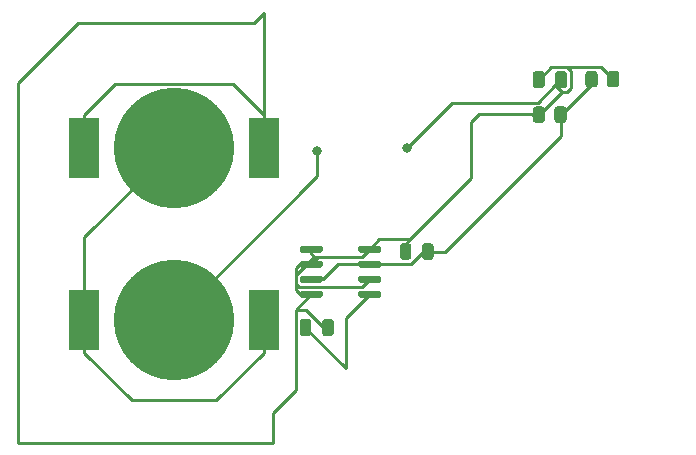
<source format=gbr>
%TF.GenerationSoftware,KiCad,Pcbnew,(5.1.10)-1*%
%TF.CreationDate,2021-09-28T21:44:29-07:00*%
%TF.ProjectId,TomasMendoza,546f6d61-734d-4656-9e64-6f7a612e6b69,rev?*%
%TF.SameCoordinates,Original*%
%TF.FileFunction,Copper,L1,Top*%
%TF.FilePolarity,Positive*%
%FSLAX46Y46*%
G04 Gerber Fmt 4.6, Leading zero omitted, Abs format (unit mm)*
G04 Created by KiCad (PCBNEW (5.1.10)-1) date 2021-09-28 21:44:29*
%MOMM*%
%LPD*%
G01*
G04 APERTURE LIST*
%TA.AperFunction,SMDPad,CuDef*%
%ADD10C,10.200000*%
%TD*%
%TA.AperFunction,SMDPad,CuDef*%
%ADD11R,2.500000X5.100000*%
%TD*%
%TA.AperFunction,ViaPad*%
%ADD12C,0.800000*%
%TD*%
%TA.AperFunction,Conductor*%
%ADD13C,0.250000*%
%TD*%
G04 APERTURE END LIST*
%TO.P,U1,8*%
%TO.N,GND*%
%TA.AperFunction,SMDPad,CuDef*%
G36*
G01*
X167215001Y-104420001D02*
X167215001Y-104120001D01*
G75*
G02*
X167365001Y-103970001I150000J0D01*
G01*
X169015001Y-103970001D01*
G75*
G02*
X169165001Y-104120001I0J-150000D01*
G01*
X169165001Y-104420001D01*
G75*
G02*
X169015001Y-104570001I-150000J0D01*
G01*
X167365001Y-104570001D01*
G75*
G02*
X167215001Y-104420001I0J150000D01*
G01*
G37*
%TD.AperFunction*%
%TO.P,U1,7*%
%TO.N,Net-(D1-Pad2)*%
%TA.AperFunction,SMDPad,CuDef*%
G36*
G01*
X167215001Y-105690001D02*
X167215001Y-105390001D01*
G75*
G02*
X167365001Y-105240001I150000J0D01*
G01*
X169015001Y-105240001D01*
G75*
G02*
X169165001Y-105390001I0J-150000D01*
G01*
X169165001Y-105690001D01*
G75*
G02*
X169015001Y-105840001I-150000J0D01*
G01*
X167365001Y-105840001D01*
G75*
G02*
X167215001Y-105690001I0J150000D01*
G01*
G37*
%TD.AperFunction*%
%TO.P,U1,6*%
%TO.N,GND*%
%TA.AperFunction,SMDPad,CuDef*%
G36*
G01*
X167215001Y-106960001D02*
X167215001Y-106660001D01*
G75*
G02*
X167365001Y-106510001I150000J0D01*
G01*
X169015001Y-106510001D01*
G75*
G02*
X169165001Y-106660001I0J-150000D01*
G01*
X169165001Y-106960001D01*
G75*
G02*
X169015001Y-107110001I-150000J0D01*
G01*
X167365001Y-107110001D01*
G75*
G02*
X167215001Y-106960001I0J150000D01*
G01*
G37*
%TD.AperFunction*%
%TO.P,U1,5*%
%TO.N,Net-(C2-Pad1)*%
%TA.AperFunction,SMDPad,CuDef*%
G36*
G01*
X167215001Y-108230001D02*
X167215001Y-107930001D01*
G75*
G02*
X167365001Y-107780001I150000J0D01*
G01*
X169015001Y-107780001D01*
G75*
G02*
X169165001Y-107930001I0J-150000D01*
G01*
X169165001Y-108230001D01*
G75*
G02*
X169015001Y-108380001I-150000J0D01*
G01*
X167365001Y-108380001D01*
G75*
G02*
X167215001Y-108230001I0J150000D01*
G01*
G37*
%TD.AperFunction*%
%TO.P,U1,4*%
%TO.N,GND*%
%TA.AperFunction,SMDPad,CuDef*%
G36*
G01*
X162265001Y-108230001D02*
X162265001Y-107930001D01*
G75*
G02*
X162415001Y-107780001I150000J0D01*
G01*
X164065001Y-107780001D01*
G75*
G02*
X164215001Y-107930001I0J-150000D01*
G01*
X164215001Y-108230001D01*
G75*
G02*
X164065001Y-108380001I-150000J0D01*
G01*
X162415001Y-108380001D01*
G75*
G02*
X162265001Y-108230001I0J150000D01*
G01*
G37*
%TD.AperFunction*%
%TO.P,U1,3*%
%TO.N,Net-(D1-Pad2)*%
%TA.AperFunction,SMDPad,CuDef*%
G36*
G01*
X162265001Y-106960001D02*
X162265001Y-106660001D01*
G75*
G02*
X162415001Y-106510001I150000J0D01*
G01*
X164065001Y-106510001D01*
G75*
G02*
X164215001Y-106660001I0J-150000D01*
G01*
X164215001Y-106960001D01*
G75*
G02*
X164065001Y-107110001I-150000J0D01*
G01*
X162415001Y-107110001D01*
G75*
G02*
X162265001Y-106960001I0J150000D01*
G01*
G37*
%TD.AperFunction*%
%TO.P,U1,2*%
%TO.N,GND*%
%TA.AperFunction,SMDPad,CuDef*%
G36*
G01*
X162265001Y-105690001D02*
X162265001Y-105390001D01*
G75*
G02*
X162415001Y-105240001I150000J0D01*
G01*
X164065001Y-105240001D01*
G75*
G02*
X164215001Y-105390001I0J-150000D01*
G01*
X164215001Y-105690001D01*
G75*
G02*
X164065001Y-105840001I-150000J0D01*
G01*
X162415001Y-105840001D01*
G75*
G02*
X162265001Y-105690001I0J150000D01*
G01*
G37*
%TD.AperFunction*%
%TO.P,U1,1*%
%TA.AperFunction,SMDPad,CuDef*%
G36*
G01*
X162265001Y-104420001D02*
X162265001Y-104120001D01*
G75*
G02*
X162415001Y-103970001I150000J0D01*
G01*
X164065001Y-103970001D01*
G75*
G02*
X164215001Y-104120001I0J-150000D01*
G01*
X164215001Y-104420001D01*
G75*
G02*
X164065001Y-104570001I-150000J0D01*
G01*
X162415001Y-104570001D01*
G75*
G02*
X162265001Y-104420001I0J150000D01*
G01*
G37*
%TD.AperFunction*%
%TD*%
D10*
%TO.P,BT1,2*%
%TO.N,Net-(BT1-Pad2)*%
X151615001Y-95675001D03*
D11*
%TO.P,BT1,1*%
%TO.N,GND*%
X159215001Y-95675001D03*
X144015001Y-95675001D03*
%TD*%
%TO.P,BT2,1*%
%TO.N,Net-(BT1-Pad2)*%
X144015001Y-110225001D03*
X159215001Y-110225001D03*
D10*
%TO.P,BT2,2*%
%TO.N,Net-(BT2-Pad2)*%
X151615001Y-110225001D03*
%TD*%
%TO.P,C1,1*%
%TO.N,GND*%
%TA.AperFunction,SMDPad,CuDef*%
G36*
G01*
X182015001Y-90380001D02*
X182015001Y-89430001D01*
G75*
G02*
X182265001Y-89180001I250000J0D01*
G01*
X182765001Y-89180001D01*
G75*
G02*
X183015001Y-89430001I0J-250000D01*
G01*
X183015001Y-90380001D01*
G75*
G02*
X182765001Y-90630001I-250000J0D01*
G01*
X182265001Y-90630001D01*
G75*
G02*
X182015001Y-90380001I0J250000D01*
G01*
G37*
%TD.AperFunction*%
%TO.P,C1,2*%
%TA.AperFunction,SMDPad,CuDef*%
G36*
G01*
X183915001Y-90380001D02*
X183915001Y-89430001D01*
G75*
G02*
X184165001Y-89180001I250000J0D01*
G01*
X184665001Y-89180001D01*
G75*
G02*
X184915001Y-89430001I0J-250000D01*
G01*
X184915001Y-90380001D01*
G75*
G02*
X184665001Y-90630001I-250000J0D01*
G01*
X184165001Y-90630001D01*
G75*
G02*
X183915001Y-90380001I0J250000D01*
G01*
G37*
%TD.AperFunction*%
%TD*%
%TO.P,C2,2*%
%TO.N,GND*%
%TA.AperFunction,SMDPad,CuDef*%
G36*
G01*
X164165001Y-111380001D02*
X164165001Y-110430001D01*
G75*
G02*
X164415001Y-110180001I250000J0D01*
G01*
X164915001Y-110180001D01*
G75*
G02*
X165165001Y-110430001I0J-250000D01*
G01*
X165165001Y-111380001D01*
G75*
G02*
X164915001Y-111630001I-250000J0D01*
G01*
X164415001Y-111630001D01*
G75*
G02*
X164165001Y-111380001I0J250000D01*
G01*
G37*
%TD.AperFunction*%
%TO.P,C2,1*%
%TO.N,Net-(C2-Pad1)*%
%TA.AperFunction,SMDPad,CuDef*%
G36*
G01*
X162265001Y-111380001D02*
X162265001Y-110430001D01*
G75*
G02*
X162515001Y-110180001I250000J0D01*
G01*
X163015001Y-110180001D01*
G75*
G02*
X163265001Y-110430001I0J-250000D01*
G01*
X163265001Y-111380001D01*
G75*
G02*
X163015001Y-111630001I-250000J0D01*
G01*
X162515001Y-111630001D01*
G75*
G02*
X162265001Y-111380001I0J250000D01*
G01*
G37*
%TD.AperFunction*%
%TD*%
%TO.P,D1,2*%
%TO.N,Net-(D1-Pad2)*%
%TA.AperFunction,SMDPad,CuDef*%
G36*
G01*
X172635001Y-104926251D02*
X172635001Y-104013751D01*
G75*
G02*
X172878751Y-103770001I243750J0D01*
G01*
X173366251Y-103770001D01*
G75*
G02*
X173610001Y-104013751I0J-243750D01*
G01*
X173610001Y-104926251D01*
G75*
G02*
X173366251Y-105170001I-243750J0D01*
G01*
X172878751Y-105170001D01*
G75*
G02*
X172635001Y-104926251I0J243750D01*
G01*
G37*
%TD.AperFunction*%
%TO.P,D1,1*%
%TO.N,GND*%
%TA.AperFunction,SMDPad,CuDef*%
G36*
G01*
X170760001Y-104926251D02*
X170760001Y-104013751D01*
G75*
G02*
X171003751Y-103770001I243750J0D01*
G01*
X171491251Y-103770001D01*
G75*
G02*
X171735001Y-104013751I0J-243750D01*
G01*
X171735001Y-104926251D01*
G75*
G02*
X171491251Y-105170001I-243750J0D01*
G01*
X171003751Y-105170001D01*
G75*
G02*
X170760001Y-104926251I0J243750D01*
G01*
G37*
%TD.AperFunction*%
%TD*%
%TO.P,R1,2*%
%TO.N,Net-(D1-Pad2)*%
%TA.AperFunction,SMDPad,CuDef*%
G36*
G01*
X183845001Y-93335002D02*
X183845001Y-92435000D01*
G75*
G02*
X184095000Y-92185001I249999J0D01*
G01*
X184620002Y-92185001D01*
G75*
G02*
X184870001Y-92435000I0J-249999D01*
G01*
X184870001Y-93335002D01*
G75*
G02*
X184620002Y-93585001I-249999J0D01*
G01*
X184095000Y-93585001D01*
G75*
G02*
X183845001Y-93335002I0J249999D01*
G01*
G37*
%TD.AperFunction*%
%TO.P,R1,1*%
%TO.N,GND*%
%TA.AperFunction,SMDPad,CuDef*%
G36*
G01*
X182020001Y-93335002D02*
X182020001Y-92435000D01*
G75*
G02*
X182270000Y-92185001I249999J0D01*
G01*
X182795002Y-92185001D01*
G75*
G02*
X183045001Y-92435000I0J-249999D01*
G01*
X183045001Y-93335002D01*
G75*
G02*
X182795002Y-93585001I-249999J0D01*
G01*
X182270000Y-93585001D01*
G75*
G02*
X182020001Y-93335002I0J249999D01*
G01*
G37*
%TD.AperFunction*%
%TD*%
%TO.P,R2,1*%
%TO.N,Net-(D1-Pad2)*%
%TA.AperFunction,SMDPad,CuDef*%
G36*
G01*
X186470001Y-90325002D02*
X186470001Y-89425000D01*
G75*
G02*
X186720000Y-89175001I249999J0D01*
G01*
X187245002Y-89175001D01*
G75*
G02*
X187495001Y-89425000I0J-249999D01*
G01*
X187495001Y-90325002D01*
G75*
G02*
X187245002Y-90575001I-249999J0D01*
G01*
X186720000Y-90575001D01*
G75*
G02*
X186470001Y-90325002I0J249999D01*
G01*
G37*
%TD.AperFunction*%
%TO.P,R2,2*%
%TO.N,GND*%
%TA.AperFunction,SMDPad,CuDef*%
G36*
G01*
X188295001Y-90325002D02*
X188295001Y-89425000D01*
G75*
G02*
X188545000Y-89175001I249999J0D01*
G01*
X189070002Y-89175001D01*
G75*
G02*
X189320001Y-89425000I0J-249999D01*
G01*
X189320001Y-90325002D01*
G75*
G02*
X189070002Y-90575001I-249999J0D01*
G01*
X188545000Y-90575001D01*
G75*
G02*
X188295001Y-90325002I0J249999D01*
G01*
G37*
%TD.AperFunction*%
%TD*%
D12*
%TO.N,Net-(BT2-Pad2)*%
X163765001Y-95949999D03*
%TO.N,GND*%
X171365001Y-95675001D03*
%TD*%
D13*
%TO.N,GND*%
X159215001Y-92875001D02*
X159215001Y-95675001D01*
X156590000Y-90250000D02*
X159215001Y-92875001D01*
X146640002Y-90250000D02*
X156590000Y-90250000D01*
X144015001Y-92875001D02*
X146640002Y-90250000D01*
X144015001Y-95675001D02*
X144015001Y-92875001D01*
X159215001Y-95675001D02*
X159215001Y-84285001D01*
X159215001Y-84285001D02*
X158410002Y-85090000D01*
X158410002Y-85090000D02*
X143510000Y-85090000D01*
X143510000Y-85090000D02*
X138430000Y-90170000D01*
X138430000Y-90170000D02*
X138430000Y-120650000D01*
X138430000Y-120650000D02*
X160020000Y-120650000D01*
X160020000Y-120650000D02*
X160020000Y-118110000D01*
X161939991Y-109380011D02*
X163240001Y-108080001D01*
X161939991Y-116190009D02*
X161939991Y-109380011D01*
X160020000Y-118110000D02*
X161939991Y-116190009D01*
X162265001Y-105540001D02*
X163240001Y-105540001D01*
X161939991Y-105865011D02*
X162265001Y-105540001D01*
X161939991Y-107754991D02*
X161939991Y-105865011D01*
X162265001Y-108080001D02*
X161939991Y-107754991D01*
X163240001Y-108080001D02*
X162265001Y-108080001D01*
X163884991Y-104895011D02*
X163240001Y-105540001D01*
X167564991Y-104895011D02*
X163884991Y-104895011D01*
X168190001Y-104270001D02*
X167564991Y-104895011D01*
X183570011Y-88849991D02*
X187782491Y-88849991D01*
X187782491Y-88849991D02*
X188807501Y-89875001D01*
X182515001Y-89905001D02*
X183570011Y-88849991D01*
X184903181Y-90955011D02*
X184462491Y-90955011D01*
X184903181Y-88854991D02*
X185240011Y-89191821D01*
X184462491Y-90955011D02*
X182532501Y-92885001D01*
X185240011Y-90618181D02*
X184903181Y-90955011D01*
X183565011Y-88854991D02*
X184903181Y-88854991D01*
X182515001Y-89905001D02*
X183565011Y-88854991D01*
X169015011Y-103444991D02*
X168190001Y-104270001D01*
X171624013Y-103444991D02*
X169015011Y-103444991D01*
X176790002Y-98279002D02*
X171624013Y-103444991D01*
X181935000Y-92800000D02*
X177455000Y-92800000D01*
X182020001Y-92885001D02*
X181935000Y-92800000D01*
X182532501Y-92885001D02*
X182020001Y-92885001D01*
X176790002Y-93464998D02*
X176790002Y-98279002D01*
%TO.N,Net-(BT1-Pad2)*%
X144015001Y-103275001D02*
X144015001Y-110225001D01*
X151615001Y-95675001D02*
X144015001Y-103275001D01*
X159215001Y-113025001D02*
X159215001Y-110225001D01*
X144015001Y-113025001D02*
X144015001Y-110225001D01*
X148060001Y-117070001D02*
X144015001Y-113025001D01*
X155170001Y-117070001D02*
X148060001Y-117070001D01*
X155170001Y-117070001D02*
X159215001Y-113025001D01*
%TO.N,Net-(BT2-Pad2)*%
X163765001Y-98075001D02*
X163765001Y-95949999D01*
X151615001Y-110225001D02*
X163765001Y-98075001D01*
X163765001Y-95949999D02*
X163765001Y-95675001D01*
%TO.N,GND*%
X184415001Y-89905001D02*
X183916170Y-90403830D01*
X175180011Y-91859991D02*
X171365001Y-95675001D01*
X183916170Y-90403830D02*
X182460009Y-91859991D01*
X171247501Y-103821503D02*
X171624013Y-103444991D01*
X171247501Y-104470001D02*
X171247501Y-103821503D01*
X183916170Y-90408690D02*
X184462491Y-90955011D01*
X183916170Y-90403830D02*
X183916170Y-90408690D01*
X162218243Y-107435011D02*
X167564991Y-107435011D01*
X161939991Y-107156759D02*
X162218243Y-107435011D01*
X161939991Y-106463243D02*
X161939991Y-107156759D01*
X163508223Y-104895011D02*
X161939991Y-106463243D01*
X167564991Y-107435011D02*
X168190001Y-106810001D01*
X167564991Y-104895011D02*
X163508223Y-104895011D01*
X163240001Y-104626789D02*
X163508223Y-104895011D01*
X163240001Y-104270001D02*
X163240001Y-104626789D01*
X164303191Y-110905001D02*
X164665001Y-110905001D01*
X162778201Y-109380011D02*
X164303191Y-110905001D01*
X161939991Y-109380011D02*
X162778201Y-109380011D01*
X177455000Y-92800000D02*
X176790002Y-93464998D01*
X182460009Y-91859991D02*
X175180011Y-91859991D01*
X185240011Y-89191821D02*
X185240011Y-90618181D01*
X171365001Y-95675001D02*
X171365001Y-95675001D01*
%TO.N,Net-(C2-Pad1)*%
X162765001Y-110905001D02*
X166160000Y-114300000D01*
X166160000Y-110110002D02*
X168190001Y-108080001D01*
X166160000Y-114300000D02*
X166160000Y-110110002D01*
%TO.N,Net-(D1-Pad2)*%
X165485001Y-105540001D02*
X168190001Y-105540001D01*
X164215001Y-106810001D02*
X165485001Y-105540001D01*
X163240001Y-106810001D02*
X164215001Y-106810001D01*
X172751851Y-104470001D02*
X173122501Y-104470001D01*
X171681851Y-105540001D02*
X172751851Y-104470001D01*
X168190001Y-105540001D02*
X171681851Y-105540001D01*
X184357501Y-94667503D02*
X184357501Y-92885001D01*
X173122501Y-104470001D02*
X174555003Y-104470001D01*
X186982501Y-90260001D02*
X186982501Y-89875001D01*
X184357501Y-92885001D02*
X186982501Y-90260001D01*
X174555003Y-104470001D02*
X184357501Y-94667503D01*
%TD*%
M02*

</source>
